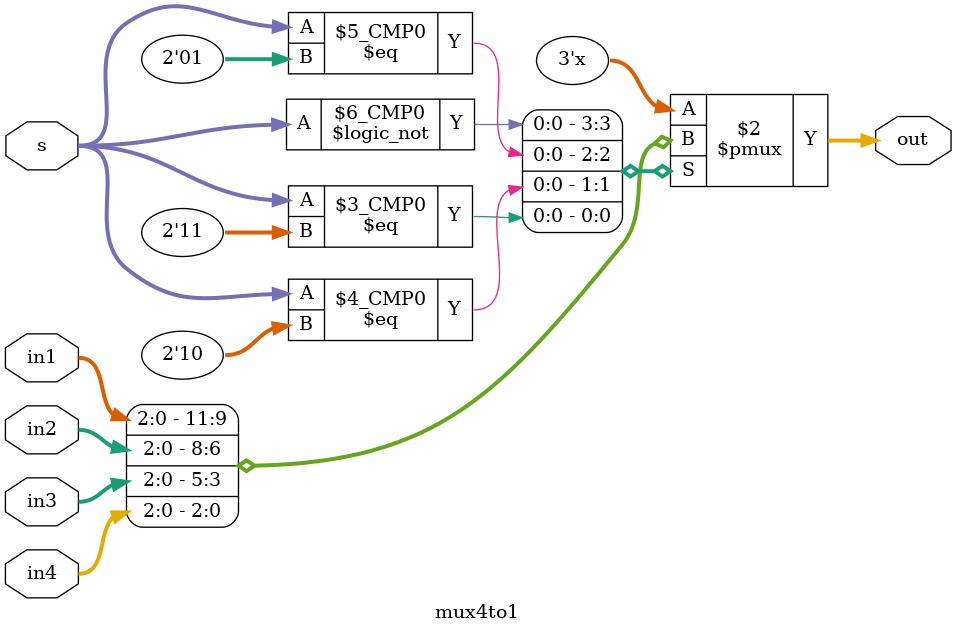
<source format=v>
module mux4to1(in1,in2,in3,in4,s,out);
input[2:0] in1, in2, in3, in4;
input[1:0] s;
output reg[2:0] out;

always @* begin
case(s)
2'b00:out = in1;
2'b01:out = in2;
2'b10:out = in3;
2'b11:out = in4;
endcase
end
endmodule

</source>
